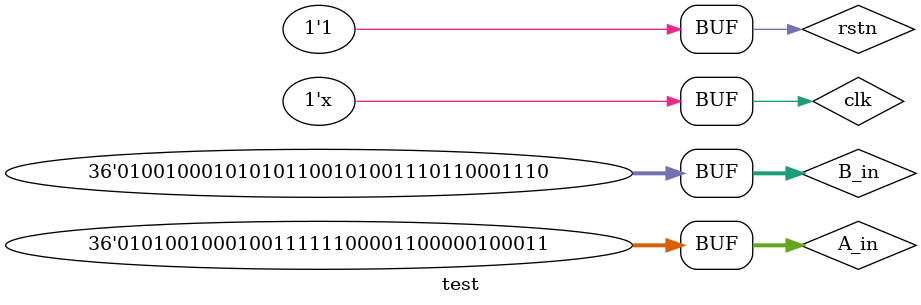
<source format=v>
`timescale 1ns / 1ps


module test();
    reg [35:0] A_in;
	reg [35:0] B_in;
	reg clk = 1'b0;
	reg rstn;
	wire [9:0] A11,A12,A13,A21,A22,A23,A31,A32,A33;
	wire [89:0] Answer;
	wire rstn_show;
	always #5 clk = ~clk;
	
	initial 
	begin
	    rstn =1'b1;
		A_in={4'd1,4'd2,4'd3,4'd4,4'd5,4'd6,4'd7,4'd8,4'd9};
		B_in={4'd2,4'd3,4'd5,4'd8,4'd6,4'd10,4'd11,4'd12,4'd13};
		
	#90 A_in={4'd9,4'd8,4'd7,4'd6,4'd5,4'd4,4'd3,4'd2,4'd1};
	    B_in={4'd5,4'd3,4'd5,4'd7,4'd9,4'd10,4'd15,4'd2,4'd11};
	    
	#100 A_in={4'd5,4'd2,4'd2,4'd7,4'd14,4'd1,4'd8,4'd2,4'd3};
	    B_in={4'd4,4'd8,4'd10,4'd11,4'd2,4'd9,4'd13,4'd8,4'd14};
	end
	
	Top  top(.A_in(A_in),.B_in(B_in),.clk(clk),.rstn(rstn),.res_out(Answer),
	         .A11(A11),.A12(A12),.A13(A13),
	         .A21(A21),.A22(A22),.A23(A23),
	         .A31(A31),.A32(A32),.A33(A33),
	         .rstn_show(rstn_show));

endmodule

</source>
